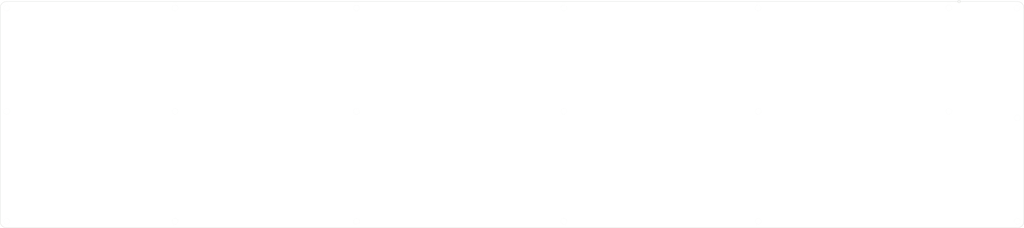
<source format=kicad_pcb>
(kicad_pcb (version 20171130) (host pcbnew "(5.1.12)-1")

  (general
    (thickness 1.6)
    (drawings 9)
    (tracks 0)
    (zones 0)
    (modules 20)
    (nets 1)
  )

  (page A3)
  (layers
    (0 F.Cu signal)
    (31 B.Cu signal)
    (32 B.Adhes user)
    (33 F.Adhes user)
    (34 B.Paste user)
    (35 F.Paste user)
    (36 B.SilkS user)
    (37 F.SilkS user)
    (38 B.Mask user)
    (39 F.Mask user)
    (40 Dwgs.User user)
    (41 Cmts.User user)
    (42 Eco1.User user)
    (43 Eco2.User user)
    (44 Edge.Cuts user)
    (45 Margin user)
    (46 B.CrtYd user)
    (47 F.CrtYd user)
    (48 B.Fab user)
    (49 F.Fab user)
  )

  (setup
    (last_trace_width 0.25)
    (user_trace_width 0.5)
    (user_trace_width 0.5)
    (trace_clearance 0.2)
    (zone_clearance 0.508)
    (zone_45_only no)
    (trace_min 0.2)
    (via_size 0.8)
    (via_drill 0.4)
    (via_min_size 0.4)
    (via_min_drill 0.3)
    (uvia_size 0.3)
    (uvia_drill 0.1)
    (uvias_allowed no)
    (uvia_min_size 0.2)
    (uvia_min_drill 0.1)
    (edge_width 0.1)
    (segment_width 0.2)
    (pcb_text_width 0.3)
    (pcb_text_size 1.5 1.5)
    (mod_edge_width 0.15)
    (mod_text_size 1 1)
    (mod_text_width 0.15)
    (pad_size 2.2 2.2)
    (pad_drill 2.2)
    (pad_to_mask_clearance 0)
    (aux_axis_origin 0 0)
    (visible_elements 7FFFFFFF)
    (pcbplotparams
      (layerselection 0x01000_7ffffffe)
      (usegerberextensions true)
      (usegerberattributes false)
      (usegerberadvancedattributes false)
      (creategerberjobfile false)
      (excludeedgelayer true)
      (linewidth 0.100000)
      (plotframeref false)
      (viasonmask false)
      (mode 1)
      (useauxorigin false)
      (hpglpennumber 1)
      (hpglpenspeed 20)
      (hpglpendiameter 15.000000)
      (psnegative false)
      (psa4output false)
      (plotreference true)
      (plotvalue true)
      (plotinvisibletext false)
      (padsonsilk false)
      (subtractmaskfromsilk false)
      (outputformat 4)
      (mirror false)
      (drillshape 0)
      (scaleselection 1)
      (outputdirectory "./"))
  )

  (net 0 "")

  (net_class Default "これはデフォルトのネット クラスです。"
    (clearance 0.2)
    (trace_width 0.25)
    (via_dia 0.8)
    (via_drill 0.4)
    (uvia_dia 0.3)
    (uvia_drill 0.1)
  )

  (module kbd_Hole:m2_Screw_Hole_EdgeCuts (layer B.Cu) (tedit 5DA73E67) (tstamp 654657A0)
    (at 396 22.38125 180)
    (descr "Mounting Hole 2.2mm, no annular, M2")
    (tags "mounting hole 2.2mm no annular m2")
    (path /64540388)
    (attr virtual)
    (fp_text reference J21 (at 0 3.2) (layer B.Fab) hide
      (effects (font (size 1 1) (thickness 0.15)) (justify mirror))
    )
    (fp_text value Conn_01x01 (at 0 -3.2) (layer B.Fab) hide
      (effects (font (size 1 1) (thickness 0.15)) (justify mirror))
    )
    (fp_circle (center 0 0) (end 1.1 0) (layer Edge.Cuts) (width 0.01))
    (fp_text user %R (at 0 0) (layer B.Fab) hide
      (effects (font (size 1 1) (thickness 0.15)) (justify mirror))
    )
  )

  (module kbd_Hole:m2_Screw_Hole_EdgeCuts (layer B.Cu) (tedit 5DA73E67) (tstamp 6546569E)
    (at 396.1875 100.91875 180)
    (descr "Mounting Hole 2.2mm, no annular, M2")
    (tags "mounting hole 2.2mm no annular m2")
    (path /6454039C)
    (attr virtual)
    (fp_text reference J3 (at 0 3.2) (layer B.Fab) hide
      (effects (font (size 1 1) (thickness 0.15)) (justify mirror))
    )
    (fp_text value Conn_01x01 (at 0 -3.2) (layer B.Fab) hide
      (effects (font (size 1 1) (thickness 0.15)) (justify mirror))
    )
    (fp_circle (center 0 0) (end 1.1 0) (layer Edge.Cuts) (width 0.01))
    (fp_text user %R (at 0 0) (layer B.Fab) hide
      (effects (font (size 1 1) (thickness 0.15)) (justify mirror))
    )
  )

  (module kbd_Hole:m2_Screw_Hole_EdgeCuts (layer B.Cu) (tedit 5DA73E67) (tstamp 65437BAA)
    (at 371 22.3375 180)
    (descr "Mounting Hole 2.2mm, no annular, M2")
    (tags "mounting hole 2.2mm no annular m2")
    (path /6454039C)
    (attr virtual)
    (fp_text reference J20 (at 0 3.2) (layer B.Fab) hide
      (effects (font (size 1 1) (thickness 0.15)) (justify mirror))
    )
    (fp_text value Conn_01x01 (at 0 -3.2) (layer B.Fab) hide
      (effects (font (size 1 1) (thickness 0.15)) (justify mirror))
    )
    (fp_circle (center 0 0) (end 1.1 0) (layer Edge.Cuts) (width 0.01))
    (fp_text user %R (at 0.3 0) (layer B.Fab) hide
      (effects (font (size 1 1) (thickness 0.15)) (justify mirror))
    )
  )

  (module kbd_Hole:m2_Screw_Hole_EdgeCuts (layer B.Cu) (tedit 5DA73E67) (tstamp 65437B55)
    (at 371 60.4375 180)
    (descr "Mounting Hole 2.2mm, no annular, M2")
    (tags "mounting hole 2.2mm no annular m2")
    (path /6454039C)
    (attr virtual)
    (fp_text reference J19 (at 0 3.2) (layer B.Fab) hide
      (effects (font (size 1 1) (thickness 0.15)) (justify mirror))
    )
    (fp_text value Conn_01x01 (at 0 -3.2) (layer B.Fab) hide
      (effects (font (size 1 1) (thickness 0.15)) (justify mirror))
    )
    (fp_circle (center 0 0) (end 1.1 0) (layer Edge.Cuts) (width 0.01))
    (fp_text user %R (at 0.3 0) (layer B.Fab) hide
      (effects (font (size 1 1) (thickness 0.15)) (justify mirror))
    )
  )

  (module kbd_Hole:m2_Screw_Hole_EdgeCuts (layer B.Cu) (tedit 5DA73E67) (tstamp 65412CDF)
    (at 229.5 60.4375 180)
    (descr "Mounting Hole 2.2mm, no annular, M2")
    (tags "mounting hole 2.2mm no annular m2")
    (path /6454039C)
    (attr virtual)
    (fp_text reference J8 (at 0 3.2) (layer B.Fab) hide
      (effects (font (size 1 1) (thickness 0.15)) (justify mirror))
    )
    (fp_text value Conn_01x01 (at 0 -3.2) (layer B.Fab) hide
      (effects (font (size 1 1) (thickness 0.15)) (justify mirror))
    )
    (fp_circle (center 0 0) (end 1.1 0) (layer Edge.Cuts) (width 0.01))
    (fp_text user %R (at 0.3 0) (layer B.Fab) hide
      (effects (font (size 1 1) (thickness 0.15)) (justify mirror))
    )
  )

  (module kbd_Hole:m2_Screw_Hole_EdgeCuts (layer B.Cu) (tedit 5DA73E67) (tstamp 65412CDA)
    (at 229.5 22.3375 180)
    (descr "Mounting Hole 2.2mm, no annular, M2")
    (tags "mounting hole 2.2mm no annular m2")
    (path /64540388)
    (attr virtual)
    (fp_text reference J7 (at 0 3.2) (layer B.Fab) hide
      (effects (font (size 1 1) (thickness 0.15)) (justify mirror))
    )
    (fp_text value Conn_01x01 (at 0 -3.2) (layer B.Fab) hide
      (effects (font (size 1 1) (thickness 0.15)) (justify mirror))
    )
    (fp_circle (center 0 0) (end 1.1 0) (layer Edge.Cuts) (width 0.01))
    (fp_text user %R (at 0 0) (layer B.Fab) hide
      (effects (font (size 1 1) (thickness 0.15)) (justify mirror))
    )
  )

  (module kbd_Hole:m2_Screw_Hole_EdgeCuts (layer B.Cu) (tedit 5DA73E67) (tstamp 65412CD5)
    (at 229.5 100.91875 180)
    (descr "Mounting Hole 2.2mm, no annular, M2")
    (tags "mounting hole 2.2mm no annular m2")
    (path /629102F3)
    (attr virtual)
    (fp_text reference J9 (at 0 3.2) (layer B.Fab) hide
      (effects (font (size 1 1) (thickness 0.15)) (justify mirror))
    )
    (fp_text value Conn_01x01 (at 0 -3.2) (layer B.Fab) hide
      (effects (font (size 1 1) (thickness 0.15)) (justify mirror))
    )
    (fp_circle (center 0 0) (end 1.1 0) (layer Edge.Cuts) (width 0.01))
    (fp_text user %R (at 0.3 0) (layer B.Fab) hide
      (effects (font (size 1 1) (thickness 0.15)) (justify mirror))
    )
  )

  (module kbd_Hole:m2_Screw_Hole_EdgeCuts (layer B.Cu) (tedit 5DA73E67) (tstamp 65412C67)
    (at 300.9375 60.4375 180)
    (descr "Mounting Hole 2.2mm, no annular, M2")
    (tags "mounting hole 2.2mm no annular m2")
    (path /6454039C)
    (attr virtual)
    (fp_text reference J5 (at 0 3.2) (layer B.Fab) hide
      (effects (font (size 1 1) (thickness 0.15)) (justify mirror))
    )
    (fp_text value Conn_01x01 (at 0 -3.2) (layer B.Fab) hide
      (effects (font (size 1 1) (thickness 0.15)) (justify mirror))
    )
    (fp_circle (center 0 0) (end 1.1 0) (layer Edge.Cuts) (width 0.01))
    (fp_text user %R (at 0.3 0) (layer B.Fab) hide
      (effects (font (size 1 1) (thickness 0.15)) (justify mirror))
    )
  )

  (module kbd_Hole:m2_Screw_Hole_EdgeCuts (layer B.Cu) (tedit 5DA73E67) (tstamp 65412C62)
    (at 300.9375 22.3375 180)
    (descr "Mounting Hole 2.2mm, no annular, M2")
    (tags "mounting hole 2.2mm no annular m2")
    (path /64540388)
    (attr virtual)
    (fp_text reference J4 (at 0 3.2) (layer B.Fab) hide
      (effects (font (size 1 1) (thickness 0.15)) (justify mirror))
    )
    (fp_text value Conn_01x01 (at 0 -3.2) (layer B.Fab) hide
      (effects (font (size 1 1) (thickness 0.15)) (justify mirror))
    )
    (fp_circle (center 0 0) (end 1.1 0) (layer Edge.Cuts) (width 0.01))
    (fp_text user %R (at 0 0) (layer B.Fab) hide
      (effects (font (size 1 1) (thickness 0.15)) (justify mirror))
    )
  )

  (module kbd_Hole:m2_Screw_Hole_EdgeCuts (layer B.Cu) (tedit 5DA73E67) (tstamp 65412C5D)
    (at 300.9375 100.91875 180)
    (descr "Mounting Hole 2.2mm, no annular, M2")
    (tags "mounting hole 2.2mm no annular m2")
    (path /629102F3)
    (attr virtual)
    (fp_text reference J6 (at 0 3.2) (layer B.Fab) hide
      (effects (font (size 1 1) (thickness 0.15)) (justify mirror))
    )
    (fp_text value Conn_01x01 (at 0 -3.2) (layer B.Fab) hide
      (effects (font (size 1 1) (thickness 0.15)) (justify mirror))
    )
    (fp_circle (center 0 0) (end 1.1 0) (layer Edge.Cuts) (width 0.01))
    (fp_text user %R (at 0.3 0) (layer B.Fab) hide
      (effects (font (size 1 1) (thickness 0.15)) (justify mirror))
    )
  )

  (module kbd_Hole:m2_Screw_Hole_EdgeCuts (layer B.Cu) (tedit 5DA73E67) (tstamp 65412C67)
    (at 153.3 60.4375 180)
    (descr "Mounting Hole 2.2mm, no annular, M2")
    (tags "mounting hole 2.2mm no annular m2")
    (path /6454039C)
    (attr virtual)
    (fp_text reference J11 (at 0 3.2) (layer B.Fab) hide
      (effects (font (size 1 1) (thickness 0.15)) (justify mirror))
    )
    (fp_text value Conn_01x01 (at 0 -3.2) (layer B.Fab) hide
      (effects (font (size 1 1) (thickness 0.15)) (justify mirror))
    )
    (fp_circle (center 0 0) (end 1.1 0) (layer Edge.Cuts) (width 0.01))
    (fp_text user %R (at 0.3 0) (layer B.Fab) hide
      (effects (font (size 1 1) (thickness 0.15)) (justify mirror))
    )
  )

  (module kbd_Hole:m2_Screw_Hole_EdgeCuts (layer B.Cu) (tedit 5DA73E67) (tstamp 65412C62)
    (at 153.3 22.3375 180)
    (descr "Mounting Hole 2.2mm, no annular, M2")
    (tags "mounting hole 2.2mm no annular m2")
    (path /64540388)
    (attr virtual)
    (fp_text reference J10 (at 0 3.2) (layer B.Fab) hide
      (effects (font (size 1 1) (thickness 0.15)) (justify mirror))
    )
    (fp_text value Conn_01x01 (at 0 -3.2) (layer B.Fab) hide
      (effects (font (size 1 1) (thickness 0.15)) (justify mirror))
    )
    (fp_circle (center 0 0) (end 1.1 0) (layer Edge.Cuts) (width 0.01))
    (fp_text user %R (at 0 0) (layer B.Fab) hide
      (effects (font (size 1 1) (thickness 0.15)) (justify mirror))
    )
  )

  (module kbd_Hole:m2_Screw_Hole_EdgeCuts (layer B.Cu) (tedit 5DA73E67) (tstamp 65412C5D)
    (at 153.3 100.91875 180)
    (descr "Mounting Hole 2.2mm, no annular, M2")
    (tags "mounting hole 2.2mm no annular m2")
    (path /629102F3)
    (attr virtual)
    (fp_text reference J12 (at 0 3.2) (layer B.Fab) hide
      (effects (font (size 1 1) (thickness 0.15)) (justify mirror))
    )
    (fp_text value Conn_01x01 (at 0 -3.2) (layer B.Fab) hide
      (effects (font (size 1 1) (thickness 0.15)) (justify mirror))
    )
    (fp_circle (center 0 0) (end 1.1 0) (layer Edge.Cuts) (width 0.01))
    (fp_text user %R (at 0.3 0) (layer B.Fab) hide
      (effects (font (size 1 1) (thickness 0.15)) (justify mirror))
    )
  )

  (module kbd_Hole:m2_Screw_Hole_EdgeCuts (layer B.Cu) (tedit 5DA73E67) (tstamp 65412C67)
    (at 86.625 60.4375 180)
    (descr "Mounting Hole 2.2mm, no annular, M2")
    (tags "mounting hole 2.2mm no annular m2")
    (path /6454039C)
    (attr virtual)
    (fp_text reference J14 (at 0 3.2) (layer B.Fab) hide
      (effects (font (size 1 1) (thickness 0.15)) (justify mirror))
    )
    (fp_text value Conn_01x01 (at 0 -3.2) (layer B.Fab) hide
      (effects (font (size 1 1) (thickness 0.15)) (justify mirror))
    )
    (fp_circle (center 0 0) (end 1.1 0) (layer Edge.Cuts) (width 0.01))
    (fp_text user %R (at 0.3 0) (layer B.Fab) hide
      (effects (font (size 1 1) (thickness 0.15)) (justify mirror))
    )
  )

  (module kbd_Hole:m2_Screw_Hole_EdgeCuts (layer B.Cu) (tedit 5DA73E67) (tstamp 65412C62)
    (at 86.625 22.3375 180)
    (descr "Mounting Hole 2.2mm, no annular, M2")
    (tags "mounting hole 2.2mm no annular m2")
    (path /64540388)
    (attr virtual)
    (fp_text reference J13 (at 0 3.2) (layer B.Fab) hide
      (effects (font (size 1 1) (thickness 0.15)) (justify mirror))
    )
    (fp_text value Conn_01x01 (at 0 -3.2) (layer B.Fab) hide
      (effects (font (size 1 1) (thickness 0.15)) (justify mirror))
    )
    (fp_circle (center 0 0) (end 1.1 0) (layer Edge.Cuts) (width 0.01))
    (fp_text user %R (at 0 0) (layer B.Fab) hide
      (effects (font (size 1 1) (thickness 0.15)) (justify mirror))
    )
  )

  (module kbd_Hole:m2_Screw_Hole_EdgeCuts (layer B.Cu) (tedit 5DA73E67) (tstamp 65412C5D)
    (at 86.625 100.91875 180)
    (descr "Mounting Hole 2.2mm, no annular, M2")
    (tags "mounting hole 2.2mm no annular m2")
    (path /629102F3)
    (attr virtual)
    (fp_text reference J15 (at 0 3.2) (layer B.Fab) hide
      (effects (font (size 1 1) (thickness 0.15)) (justify mirror))
    )
    (fp_text value Conn_01x01 (at 0 -3.2) (layer B.Fab) hide
      (effects (font (size 1 1) (thickness 0.15)) (justify mirror))
    )
    (fp_circle (center 0 0) (end 1.1 0) (layer Edge.Cuts) (width 0.01))
    (fp_text user %R (at 0.3 0) (layer B.Fab) hide
      (effects (font (size 1 1) (thickness 0.15)) (justify mirror))
    )
  )

  (module kbd_Hole:m2_Screw_Hole_EdgeCuts (layer B.Cu) (tedit 5DA73E67) (tstamp 60A2FD88)
    (at 24.7125 100.91875 180)
    (descr "Mounting Hole 2.2mm, no annular, M2")
    (tags "mounting hole 2.2mm no annular m2")
    (path /5CC9EE92)
    (attr virtual)
    (fp_text reference J18 (at 0 3.2) (layer B.Fab) hide
      (effects (font (size 1 1) (thickness 0.15)) (justify mirror))
    )
    (fp_text value Conn_01x01 (at 0 -3.2) (layer B.Fab) hide
      (effects (font (size 1 1) (thickness 0.15)) (justify mirror))
    )
    (fp_circle (center 0 0) (end 1.1 0) (layer Edge.Cuts) (width 0.01))
    (fp_text user %R (at 0.3 0) (layer B.Fab) hide
      (effects (font (size 1 1) (thickness 0.15)) (justify mirror))
    )
  )

  (module kbd_Hole:m2_Screw_Hole_EdgeCuts (layer B.Cu) (tedit 5DA73E67) (tstamp 60A2FD82)
    (at 24.7125 60.4375 180)
    (descr "Mounting Hole 2.2mm, no annular, M2")
    (tags "mounting hole 2.2mm no annular m2")
    (path /5CC48CEB)
    (attr virtual)
    (fp_text reference J17 (at 0 3.2) (layer B.Fab) hide
      (effects (font (size 1 1) (thickness 0.15)) (justify mirror))
    )
    (fp_text value Conn_01x01 (at 0 -3.2) (layer B.Fab) hide
      (effects (font (size 1 1) (thickness 0.15)) (justify mirror))
    )
    (fp_circle (center 0 0) (end 1.1 0) (layer Edge.Cuts) (width 0.01))
    (fp_text user %R (at 0.3 0) (layer B.Fab) hide
      (effects (font (size 1 1) (thickness 0.15)) (justify mirror))
    )
  )

  (module kbd_Hole:m2_Screw_Hole_EdgeCuts (layer B.Cu) (tedit 5DA73E67) (tstamp 60A2FD7C)
    (at 24.7125 22.3375 180)
    (descr "Mounting Hole 2.2mm, no annular, M2")
    (tags "mounting hole 2.2mm no annular m2")
    (path /6291030E)
    (attr virtual)
    (fp_text reference J16 (at 0 3.2) (layer B.Fab) hide
      (effects (font (size 1 1) (thickness 0.15)) (justify mirror))
    )
    (fp_text value Conn_01x01 (at 0 -3.2) (layer B.Fab) hide
      (effects (font (size 1 1) (thickness 0.15)) (justify mirror))
    )
    (fp_circle (center 0 0) (end 1.1 0) (layer Edge.Cuts) (width 0.01))
    (fp_text user %R (at 0.3 0) (layer B.Fab) hide
      (effects (font (size 1 1) (thickness 0.15)) (justify mirror))
    )
  )

  (module kbd_Hole:m2_Screw_Hole_EdgeCuts (layer B.Cu) (tedit 5DA73E67) (tstamp 60A2FD70)
    (at 396.1875 62.81875 180)
    (descr "Mounting Hole 2.2mm, no annular, M2")
    (tags "mounting hole 2.2mm no annular m2")
    (path /6454039C)
    (attr virtual)
    (fp_text reference J2 (at 0 3.2) (layer B.Fab) hide
      (effects (font (size 1 1) (thickness 0.15)) (justify mirror))
    )
    (fp_text value Conn_01x01 (at 0 -3.2) (layer B.Fab) hide
      (effects (font (size 1 1) (thickness 0.15)) (justify mirror))
    )
    (fp_circle (center 0 0) (end 1.1 0) (layer Edge.Cuts) (width 0.01))
    (fp_text user %R (at 0.3 0) (layer B.Fab) hide
      (effects (font (size 1 1) (thickness 0.15)) (justify mirror))
    )
  )

  (gr_arc (start 396.1875 22.3375) (end 396.1875 19.95625) (angle 90) (layer Edge.Cuts) (width 0.1) (tstamp 654656C8))
  (gr_line (start 24.7125 19.95625) (end 396.1875 19.95625) (layer Edge.Cuts) (width 0.1) (tstamp 65465799))
  (gr_arc (start 24.7125 22.3375) (end 22.33125 22.3375) (angle 90) (layer Edge.Cuts) (width 0.1) (tstamp 65465797))
  (gr_line (start 22.33125 100.91875) (end 22.33125 22.3375) (layer Edge.Cuts) (width 0.1) (tstamp 6546579A))
  (gr_arc (start 24.7125 100.91875) (end 24.7125 103.3) (angle 90) (layer Edge.Cuts) (width 0.1) (tstamp 65465798))
  (gr_line (start 396.1875 103.3) (end 24.7125 103.3) (layer Edge.Cuts) (width 0.1))
  (gr_arc (start 396.1875 100.91875) (end 398.56875 100.91875) (angle 90) (layer Edge.Cuts) (width 0.1) (tstamp 654656C9))
  (gr_line (start 398.56875 22.3375) (end 398.56875 100.91875) (layer Edge.Cuts) (width 0.1) (tstamp 654656CA))
  (gr_arc (start 374.75625 19.95625) (end 374.25625 19.95625) (angle -0) (layer Edge.Cuts) (width 0.1) (tstamp 654436D3))

)

</source>
